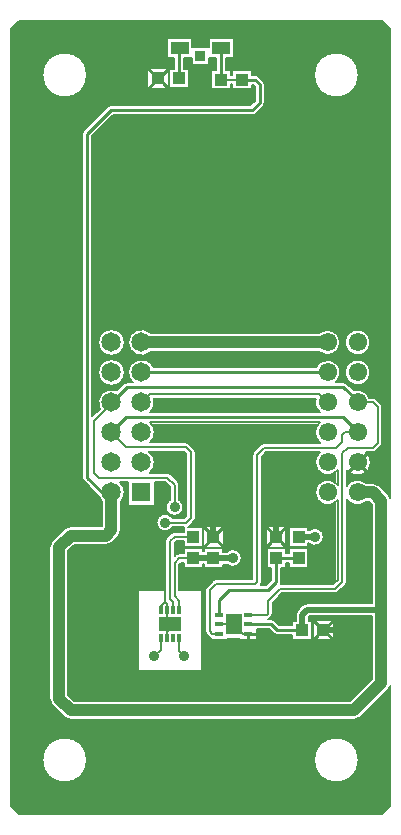
<source format=gbr>
G04 DesignSpark PCB PRO Gerber Version 10.0 Build 5299*
G04 #@! TF.Part,Single*
G04 #@! TF.FileFunction,Copper,L1,Top*
G04 #@! TF.FilePolarity,Positive*
%FSLAX35Y35*%
%MOIN*%
G04 #@! TA.AperFunction,SMDPad,CuDef*
%ADD147R,0.01181X0.03150*%
%ADD132R,0.03937X0.04291*%
%ADD150R,0.05315X0.06850*%
%ADD146R,0.03543X0.03543*%
G04 #@! TA.AperFunction,ComponentPad*
%ADD143R,0.06496X0.06496*%
G04 #@! TD.AperFunction*
%ADD119C,0.00500*%
%ADD121C,0.00787*%
%ADD124C,0.00984*%
%ADD122C,0.01000*%
%ADD126C,0.01969*%
G04 #@! TA.AperFunction,ViaPad*
%ADD125C,0.03543*%
G04 #@! TD.AperFunction*
%ADD142C,0.03937*%
G04 #@! TA.AperFunction,ComponentPad*
%ADD128C,0.06102*%
%ADD144C,0.06496*%
G04 #@! TA.AperFunction,SMDPad,CuDef*
%ADD149R,0.02953X0.01772*%
%ADD133R,0.04291X0.03937*%
%ADD145R,0.05906X0.04331*%
%ADD148R,0.07480X0.04724*%
G04 #@! TD.AperFunction*
X0Y0D02*
D02*
D119*
X85965Y250787D02*
X80965D01*
D02*
D121*
X9974Y267741D02*
Y8637D01*
X12574Y6037D01*
X133883D01*
X136482Y8637D01*
Y48704D01*
G75*
G02*
X135689Y47376I-3018J902D01*
G01*
X126639Y38327D01*
G75*
G02*
X124409Y37402I-2230J2224D01*
G01*
X29921D01*
G75*
G02*
X27691Y38327I0J3150D01*
G01*
X23760Y42258D01*
G75*
G02*
X22835Y44488I2224J2230D01*
G01*
Y94882D01*
G75*
G02*
X23760Y97112I3150J0D01*
G01*
X27691Y101043D01*
G75*
G02*
X29921Y101969I2230J-2224D01*
G01*
X40394D01*
Y110075D01*
G75*
G02*
X39312Y111880I3150J3115D01*
G01*
G75*
G02*
X39169Y112008I1045J1307D01*
G01*
X34252Y116925D01*
G75*
G02*
X33760Y118110I1181J1185D01*
G01*
Y232677D01*
G75*
G02*
X34252Y233862I1673J0D01*
G01*
X42122Y241732D01*
G75*
G02*
X43307Y242224I1185J-1181D01*
G01*
X89858D01*
X91240Y243606D01*
Y248520D01*
X90646Y249114D01*
X90291D01*
Y247638D01*
X83638D01*
Y249356D01*
X83291D01*
Y247638D01*
X76638D01*
Y253937D01*
X78291D01*
Y257874D01*
X76181D01*
Y255709D01*
X70276D01*
Y257874D01*
X67772D01*
Y254331D01*
X69425D01*
Y248031D01*
X62772D01*
Y254331D01*
X64425D01*
Y257874D01*
X62205D01*
Y264567D01*
X70472D01*
Y261614D01*
X75984D01*
Y264567D01*
X84252D01*
Y257874D01*
X81638D01*
Y253937D01*
X83291D01*
Y252219D01*
X83638D01*
Y253937D01*
X90291D01*
Y252461D01*
X91335D01*
G75*
G02*
X92522Y251970I3J-1673D01*
G01*
X94096Y250396D01*
G75*
G02*
X94587Y249213I-1183J-1183D01*
G01*
G75*
G02*
Y249212I-683J0D01*
G01*
G75*
G02*
Y249209I-793J-1D01*
G01*
Y242913D01*
G75*
G02*
X94094Y241728I-1673J0D01*
G01*
X91736Y239370D01*
G75*
G02*
X90551Y238878I-1185J1181D01*
G01*
X44000D01*
X37106Y231984D01*
Y138546D01*
X39646Y141085D01*
G75*
G02*
X45370Y147224I3898J2104D01*
G01*
X47555Y149409D01*
G75*
G02*
X48740Y149902I1185J-1181D01*
G01*
X50575D01*
G75*
G02*
X49114Y153189I2968J3287D01*
G01*
G75*
G02*
X57644Y154862I4429J0D01*
G01*
X111703D01*
G75*
G02*
X119823Y153189I3887J-1673D01*
G01*
G75*
G02*
X118256Y149902I-4232J0D01*
G01*
X120866D01*
G75*
G02*
X122051Y149409I0J-1673D01*
G01*
X124256Y147205D01*
G75*
G02*
X129519Y144764I1335J-4016D01*
G01*
X130706D01*
G75*
G02*
X131822Y144302I2J-1575D01*
G01*
X133397Y142728D01*
G75*
G02*
X133858Y141614I-1113J-1114D01*
G01*
Y129724D01*
G75*
G02*
X133397Y128611I-1575J0D01*
G01*
X131822Y127036D01*
G75*
G02*
X130706Y126575I-1114J1113D01*
G01*
X128470D01*
G75*
G02*
X130035Y123189I-2880J-3386D01*
G01*
G75*
G02*
X122047Y120506I-4445J0D01*
G01*
Y115504D01*
G75*
G02*
X128418Y116339I3543J-2315D01*
G01*
X130704D01*
G75*
G02*
X132936Y115416I4J-3150D01*
G01*
X135692Y112660D01*
G75*
G02*
X136482Y111335I-2227J-2227D01*
G01*
Y267741D01*
X133883Y270341D01*
X12574D01*
X9974Y267741D01*
X20472Y24016D02*
G75*
G02*
X35433I7480J0D01*
G01*
G75*
G02*
X20472I-7480J0D01*
G01*
Y252362D02*
G75*
G02*
X35433I7480J0D01*
G01*
G75*
G02*
X20472I-7480J0D01*
G01*
X55559Y254543D02*
X62638D01*
Y247819D01*
X55559D01*
Y254543D01*
X111024Y252362D02*
G75*
G02*
X125984I7480J0D01*
G01*
G75*
G02*
X111024I-7480J0D01*
G01*
X121358Y153189D02*
G75*
G02*
X129823I4232J0D01*
G01*
G75*
G02*
X121358I-4232J0D01*
G01*
Y163189D02*
G75*
G02*
X129823I4232J0D01*
G01*
G75*
G02*
X121358I-4232J0D01*
G01*
X111024Y24016D02*
G75*
G02*
X125984I7480J0D01*
G01*
G75*
G02*
X111024I-7480J0D01*
G01*
X112763Y166339D02*
G75*
G02*
X119823Y163189I2827J-3150D01*
G01*
G75*
G02*
X112763Y160039I-4232J0D01*
G01*
X56657D01*
G75*
G02*
X49114Y163189I-3114J3150D01*
G01*
G75*
G02*
X56657Y166339I4429J0D01*
G01*
X112763D01*
X39114Y153189D02*
G75*
G02*
X47972I4429J0D01*
G01*
G75*
G02*
X39114I-4429J0D01*
G01*
Y163189D02*
G75*
G02*
X47972I4429J0D01*
G01*
G75*
G02*
X39114I-4429J0D01*
G01*
X10368Y24016D02*
G36*
X10368Y24016D02*
Y8243D01*
X12180Y6431D01*
X134276D01*
X136089Y8243D01*
Y24016D01*
X125984D01*
G75*
G02*
X111024I-7480J0D01*
G01*
X35433D01*
G75*
G02*
X20472I-7480J0D01*
G01*
X10368D01*
G37*
Y153189D02*
G36*
X10368Y153189D02*
Y24016D01*
X20472D01*
G75*
G02*
X35433I7480J0D01*
G01*
X111024D01*
G75*
G02*
X125984I7480J0D01*
G01*
X136089D01*
Y47864D01*
G75*
G02*
X135689Y47376I-2623J1741D01*
G01*
X126639Y38327D01*
G75*
G02*
X124409Y37402I-2230J2226D01*
G01*
X29921D01*
G75*
G02*
X27691Y38327I0J3151D01*
G01*
X23760Y42258D01*
G75*
G02*
X22835Y44488I2226J2230D01*
G01*
Y94882D01*
G75*
G02*
X23760Y97112I3151J0D01*
G01*
X27691Y101043D01*
G75*
G02*
X29921Y101969I2230J-2226D01*
G01*
X40394D01*
Y110075D01*
G75*
G02*
X39312Y111880I3153J3116D01*
G01*
G75*
G02*
X39169Y112008I974J1229D01*
G01*
X34252Y116925D01*
G75*
G02*
X33760Y118110I1181J1185D01*
G01*
Y153189D01*
X10368D01*
G37*
X37106D02*
G36*
X37106Y153189D02*
Y138546D01*
X39646Y141085D01*
G75*
G02*
X39114Y143189I3898J2104D01*
G01*
G75*
G02*
X45370Y147224I4429J0D01*
G01*
X47555Y149409D01*
G75*
G02*
X48740Y149902I1185J-1180D01*
G01*
X50575D01*
G75*
G02*
X49114Y153189I2969J3288D01*
G01*
X47972D01*
G75*
G02*
X39114I-4429J0D01*
G01*
X37106D01*
G37*
X119823Y153188D02*
G36*
X119823Y153188D02*
G75*
G02*
X118256Y149902I-4230J0D01*
G01*
X120866D01*
G75*
G02*
X122051Y149409I0J-1672D01*
G01*
X124256Y147205D01*
G75*
G02*
X129519Y144764I1335J-4016D01*
G01*
X130706D01*
G75*
G02*
X131822Y144302I2J-1576D01*
G01*
X133397Y142728D01*
G75*
G02*
X133858Y141614I-1114J-1114D01*
G01*
Y129724D01*
G75*
G02*
X133397Y128611I-1575J0D01*
G01*
X131822Y127036D01*
G75*
G02*
X130706Y126575I-1114J1115D01*
G01*
X128470D01*
G75*
G02*
X130035Y123189I-2881J-3386D01*
G01*
G75*
G02*
X122047Y120506I-4445J0D01*
G01*
Y115504D01*
G75*
G02*
X128418Y116339I3543J-2315D01*
G01*
X130704D01*
G75*
G02*
X132936Y115416I4J-3152D01*
G01*
X135692Y112660D01*
G75*
G02*
X136089Y112175I-2229J-2229D01*
G01*
Y153189D01*
X129823D01*
G75*
G02*
X121358I-4232J0D01*
G01*
X119823D01*
G75*
G02*
Y153188I-4834J0D01*
G01*
G37*
X10368Y163189D02*
G36*
X10368Y163189D02*
Y153189D01*
X33760D01*
Y163189D01*
X10368D01*
G37*
X37106D02*
G36*
X37106Y163189D02*
Y153189D01*
X39114D01*
G75*
G02*
X47972I4429J0D01*
G01*
X49114D01*
G75*
G02*
X57644Y154862I4429J0D01*
G01*
X111703D01*
G75*
G02*
X119823Y153189I3887J-1673D01*
G01*
X121358D01*
G75*
G02*
X129823I4232J0D01*
G01*
X136089D01*
Y163189D01*
X129823D01*
G75*
G02*
X121358I-4232J0D01*
G01*
X119823D01*
G75*
G02*
X112763Y160039I-4232J0D01*
G01*
X56657D01*
G75*
G02*
X49114Y163189I-3114J3150D01*
G01*
X47972D01*
G75*
G02*
X39114I-4429J0D01*
G01*
X37106D01*
G37*
X10368Y252362D02*
G36*
X10368Y252362D02*
Y163189D01*
X33760D01*
Y232677D01*
G75*
G02*
X34252Y233862I1673J0D01*
G01*
X42122Y241732D01*
G75*
G02*
X43307Y242224I1185J-1180D01*
G01*
X89858D01*
X91240Y243606D01*
Y248520D01*
X90646Y249114D01*
X90291D01*
Y247638D01*
X83638D01*
Y249356D01*
X83291D01*
Y247638D01*
X76638D01*
Y252362D01*
X69425D01*
Y248031D01*
X62772D01*
Y252362D01*
X62638D01*
Y247819D01*
X55559D01*
Y252362D01*
X35433D01*
G75*
G02*
X20472I-7480J0D01*
G01*
X10368D01*
G37*
X37106Y231984D02*
G36*
X37106Y231984D02*
Y163189D01*
X39114D01*
G75*
G02*
X47972I4429J0D01*
G01*
X49114D01*
G75*
G02*
X56657Y166339I4430J0D01*
G01*
X112763D01*
G75*
G02*
X119823Y163189I2827J-3150D01*
G01*
X121358D01*
G75*
G02*
X129823I4232J0D01*
G01*
X136089D01*
Y252362D01*
X125984D01*
G75*
G02*
X111024I-7480J0D01*
G01*
X91904D01*
G75*
G02*
X92522Y251970I-565J-1576D01*
G01*
X94096Y250396D01*
G75*
G02*
X94587Y249213I-1185J-1184D01*
G01*
Y249212D01*
Y249209D01*
Y242913D01*
G75*
G02*
X94094Y241728I-1673J0D01*
G01*
X91736Y239370D01*
G75*
G02*
X90551Y238878I-1185J1180D01*
G01*
X44000D01*
X37106Y231984D01*
G37*
X83291Y252362D02*
G36*
X83291Y252362D02*
Y252219D01*
X83638D01*
Y252362D01*
X83291D01*
G37*
X10368Y268135D02*
G36*
X10368Y268135D02*
Y252362D01*
X20472D01*
G75*
G02*
X35433I7480J0D01*
G01*
X55559D01*
Y254543D01*
X62638D01*
Y252362D01*
X62772D01*
Y254331D01*
X64425D01*
Y257874D01*
X62205D01*
Y264567D01*
X70472D01*
Y261614D01*
X75984D01*
Y264567D01*
X84252D01*
Y257874D01*
X81638D01*
Y253937D01*
X83291D01*
Y252362D01*
X83638D01*
Y253937D01*
X90291D01*
Y252461D01*
X91335D01*
G75*
G02*
X91904Y252362I3J-1674D01*
G01*
X111024D01*
G75*
G02*
X125984I7480J0D01*
G01*
X136089D01*
Y268135D01*
X134276Y269947D01*
X12180D01*
X10368Y268135D01*
G37*
X67772Y257874D02*
G36*
X67772Y257874D02*
Y254331D01*
X69425D01*
Y252362D01*
X76638D01*
Y253937D01*
X78291D01*
Y257874D01*
X76181D01*
Y255709D01*
X70276D01*
Y257874D01*
X67772D01*
G37*
X29134Y93577D02*
Y45793D01*
X31226Y43701D01*
X123105D01*
X130315Y50911D01*
Y71850D01*
X109558D01*
X109295Y71587D01*
Y70472D01*
X110457D01*
Y64173D01*
X103803D01*
Y65650D01*
X98819D01*
G75*
G02*
X97634Y66142I0J1673D01*
G01*
X96157Y67618D01*
X92043D01*
Y63862D01*
X86303D01*
Y64472D01*
X81988D01*
Y64075D01*
X76673D01*
Y64646D01*
G75*
G02*
X76049Y65031I493J1496D01*
G01*
X75267Y65813D01*
G75*
G02*
X74803Y66929I1111J1116D01*
G01*
Y80709D01*
G75*
G02*
X75265Y81822I1575J0D01*
G01*
X77233Y83791D01*
G75*
G02*
X78349Y84252I1114J-1113D01*
G01*
X90551D01*
Y125787D01*
G75*
G02*
X91013Y126901I1575J0D01*
G01*
X93375Y129263D01*
G75*
G02*
X94491Y129724I1114J-1113D01*
G01*
X113160D01*
G75*
G02*
X112974Y136516I2431J3465D01*
G01*
X56467D01*
G75*
G02*
X56533Y129921I-2924J-3327D01*
G01*
X68305D01*
G75*
G02*
X69420Y129460I2J-1575D01*
G01*
X71192Y127688D01*
G75*
G02*
X71654Y126575I-1113J-1114D01*
G01*
Y104724D01*
G75*
G02*
X71192Y103611I-1575J0D01*
G01*
X69617Y102036D01*
G75*
G02*
X69139Y101709I-1114J1113D01*
G01*
X74016D01*
Y95055D01*
X67717D01*
Y96850D01*
X65219D01*
X64567Y96198D01*
Y92004D01*
X65044Y92468D01*
G75*
G02*
X66130Y92913I1098J-1129D01*
G01*
X67717Y92928D01*
Y94709D01*
X74016D01*
Y93547D01*
X74409D01*
Y94709D01*
X80709D01*
Y93504D01*
X82048D01*
G75*
G02*
X87008Y91339I2007J-2165D01*
G01*
G75*
G02*
X82048Y89173I-2953J0D01*
G01*
X80709D01*
Y88055D01*
X74409D01*
Y89217D01*
X74016D01*
Y88055D01*
X67717D01*
Y89778D01*
X66787Y89770D01*
X66142Y89142D01*
Y80709D01*
X73622D01*
Y53543D01*
X52362D01*
Y80709D01*
X61417D01*
Y96850D01*
G75*
G02*
X61879Y97964I1575J0D01*
G01*
X63454Y99539D01*
G75*
G02*
X64569Y100000I1114J-1113D01*
G01*
X67717D01*
Y101575D01*
X63915D01*
G75*
G02*
X58465Y103150I-2498J1575D01*
G01*
G75*
G02*
X63915Y104724I2953J0D01*
G01*
X67852D01*
X68504Y105377D01*
Y125922D01*
X67655Y126772D01*
X56148D01*
G75*
G02*
X56252Y119685I-2604J-3583D01*
G01*
X62202D01*
G75*
G02*
X63318Y119224I2J-1575D01*
G01*
X65680Y116861D01*
G75*
G02*
X66142Y115748I-1113J-1114D01*
G01*
Y110765D01*
G75*
G02*
X67520Y108268I-1575J-2498D01*
G01*
G75*
G02*
X61614I-2953J0D01*
G01*
G75*
G02*
X62992Y110765I2953J0D01*
G01*
Y115096D01*
X61552Y116535D01*
X57972D01*
Y108760D01*
X49114D01*
Y116535D01*
X46445D01*
G75*
G02*
X46693Y110075I-2902J-3346D01*
G01*
Y100634D01*
G75*
G02*
Y100631I-1211J-2D01*
G01*
G75*
G02*
Y100630I-1410J0D01*
G01*
G75*
G02*
X45770Y98403I-3150J0D01*
G01*
X43959Y96592D01*
G75*
G02*
X41728Y95669I-2227J2227D01*
G01*
X31226D01*
X29134Y93577D01*
X110591Y70685D02*
X117669D01*
Y63961D01*
X110591D01*
Y70685D01*
X74197Y101921D02*
X80921D01*
Y94843D01*
X74197D01*
Y101921D01*
X29528Y67323D02*
G36*
X29528Y67323D02*
Y45399D01*
X30832Y44094D01*
X123498D01*
X129921Y50517D01*
Y67323D01*
X117669D01*
Y63961D01*
X110591D01*
Y67323D01*
X110457D01*
Y64173D01*
X103803D01*
Y65650D01*
X98819D01*
G75*
G02*
X97634Y66142I0J1672D01*
G01*
X96453Y67323D01*
X92043D01*
Y63862D01*
X86303D01*
Y64472D01*
X81988D01*
Y64075D01*
X76673D01*
Y64646D01*
G75*
G02*
X76049Y65031I490J1493D01*
G01*
X75267Y65813D01*
G75*
G02*
X74803Y66929I1110J1116D01*
G01*
Y66929D01*
Y67323D01*
X73622D01*
Y53543D01*
X52362D01*
Y67323D01*
X29528D01*
G37*
Y93971D02*
G36*
X29528Y93971D02*
Y67323D01*
X52362D01*
Y80709D01*
X61417D01*
Y96850D01*
G75*
G02*
X61879Y97964I1575J0D01*
G01*
X62297Y98382D01*
X45750D01*
X43959Y96592D01*
G75*
G02*
X41728Y95669I-2228J2229D01*
G01*
X31226D01*
X29528Y93971D01*
G37*
X64567Y96198D02*
G36*
X64567Y96198D02*
Y92004D01*
X65044Y92468D01*
G75*
G02*
X66130Y92913I1097J-1128D01*
G01*
X67717Y92928D01*
Y94709D01*
X74016D01*
Y93547D01*
X74409D01*
Y94709D01*
X80709D01*
Y93504D01*
X82048D01*
G75*
G02*
X87008Y91339I2007J-2165D01*
G01*
Y91339D01*
Y91338D01*
G75*
G02*
X82048Y89173I-2953J0D01*
G01*
X80709D01*
Y88055D01*
X74409D01*
Y89217D01*
X74016D01*
Y88055D01*
X67717D01*
Y89778D01*
X66787Y89770D01*
X66142Y89142D01*
Y80709D01*
X73622D01*
Y67323D01*
X74803D01*
Y80709D01*
G75*
G02*
X75265Y81822I1575J0D01*
G01*
X77233Y83791D01*
G75*
G02*
X78349Y84252I1114J-1115D01*
G01*
X90551D01*
Y98382D01*
X80921D01*
Y94843D01*
X74197D01*
Y98382D01*
X74016D01*
Y95055D01*
X67717D01*
Y96850D01*
X65219D01*
X64567Y96198D01*
G37*
X92043Y67618D02*
G36*
X92043Y67618D02*
Y67323D01*
X96453D01*
X96157Y67618D01*
X92043D01*
G37*
X109295Y71587D02*
G36*
X109295Y71587D02*
Y70472D01*
X110457D01*
Y67323D01*
X110591D01*
Y70685D01*
X117669D01*
Y67323D01*
X129921D01*
Y71850D01*
X109558D01*
X109295Y71587D01*
G37*
X45770Y98403D02*
G36*
X45770Y98403D02*
X45750Y98382D01*
X62297D01*
X63454Y99539D01*
G75*
G02*
X64569Y100000I1114J-1115D01*
G01*
X67717D01*
Y101575D01*
X63915D01*
G75*
G02*
X58465Y103150I-2498J1575D01*
G01*
G75*
G02*
X63915Y104724I2953J0D01*
G01*
X67852D01*
X68504Y105377D01*
Y125922D01*
X67655Y126772D01*
X56148D01*
G75*
G02*
X57972Y123189I-2604J-3583D01*
G01*
G75*
G02*
X56252Y119685I-4429J0D01*
G01*
X62202D01*
G75*
G02*
X63318Y119224I2J-1576D01*
G01*
X65680Y116861D01*
G75*
G02*
X66142Y115748I-1114J-1114D01*
G01*
Y110765D01*
G75*
G02*
X67520Y108268I-1574J-2497D01*
G01*
Y108268D01*
G75*
G02*
X61614I-2953J0D01*
G01*
Y108268D01*
G75*
G02*
X62992Y110765I2952J0D01*
G01*
Y115096D01*
X61552Y116535D01*
X57972D01*
Y108760D01*
X49114D01*
Y116535D01*
X46445D01*
G75*
G02*
X47972Y113189I-2902J-3346D01*
G01*
G75*
G02*
X46693Y110075I-4429J0D01*
G01*
Y100634D01*
Y100631D01*
Y100630D01*
G75*
G02*
X45770Y98403I-3151J0D01*
G01*
G37*
X57972Y133189D02*
G36*
X57972Y133189D02*
G75*
G02*
X56533Y129921I-4430J0D01*
G01*
X68305D01*
G75*
G02*
X69420Y129460I2J-1576D01*
G01*
X71192Y127688D01*
G75*
G02*
X71654Y126575I-1114J-1114D01*
G01*
Y104724D01*
G75*
G02*
X71192Y103611I-1575J0D01*
G01*
X69617Y102036D01*
G75*
G02*
X69139Y101709I-1115J1114D01*
G01*
X74016D01*
Y98382D01*
X74197D01*
Y101921D01*
X80921D01*
Y98382D01*
X90551D01*
Y125787D01*
G75*
G02*
X91013Y126901I1575J0D01*
G01*
X93375Y129263D01*
G75*
G02*
X94491Y129724I1114J-1115D01*
G01*
X113160D01*
G75*
G02*
X111358Y133189I2431J3465D01*
G01*
G75*
G02*
X112539Y136122I4232J0D01*
G01*
X56862D01*
G75*
G02*
X57972Y133189I-3319J-2933D01*
G01*
G37*
X43543Y143189D02*
Y142756D01*
X37795Y137008D01*
Y119685D01*
X39370Y118110D01*
X62205D01*
X64567Y115748D01*
Y108268D01*
X53543Y143189D02*
X56417Y146063D01*
X112717D01*
X115591Y143189D01*
X57778Y144488D02*
G75*
G02*
X56467Y139862I-4234J-1299D01*
G01*
X112974D01*
G75*
G02*
X111563Y144488I2616J3327D01*
G01*
X57778D01*
G36*
X57778Y144488D02*
G75*
G02*
X56467Y139862I-4234J-1299D01*
G01*
X112974D01*
G75*
G02*
X111563Y144488I2616J3327D01*
G01*
X57778D01*
G37*
X57874Y84646D02*
X60630D01*
X61417Y83858D01*
Y76575D01*
X60039Y64567D02*
Y60827D01*
X57874Y58661D01*
X61417Y76575D02*
X60039Y75197D01*
Y74016D01*
X61417Y103150D02*
X68504D01*
X70079Y104724D01*
Y126575D01*
X68307Y128346D01*
X48425D01*
X43386Y133386D01*
X43543D01*
Y133189D01*
X62008Y64567D02*
Y66339D01*
X62992Y69291D01*
X62008Y74016D02*
Y75984D01*
X61417Y76575D01*
X62008Y74016D02*
Y68307D01*
X62992Y69291D01*
X65945Y64567D02*
Y60433D01*
X67717Y58661D01*
X70866Y91382D02*
X66142Y91339D01*
X64567Y89807D01*
Y78543D01*
X65945Y77165D01*
Y74016D01*
X70866Y98382D02*
X68461D01*
X68417Y98425D01*
X64567D01*
X62992Y96850D01*
Y77756D01*
X63976Y76772D01*
Y74016D01*
X79331Y69291D02*
X84252D01*
X89173Y66142D02*
X87402D01*
X84252Y69291D01*
X93701Y83465D02*
G75*
G02*
X93270Y82382I-1575J0D01*
G01*
X94976D01*
X96752Y84157D01*
Y88055D01*
X95276D01*
Y94709D01*
X101575D01*
Y93055D01*
X102756D01*
Y94709D01*
X109055D01*
Y88055D01*
X102756D01*
Y89709D01*
X101575D01*
Y88055D01*
X100098D01*
Y83468D01*
G75*
G02*
Y83465I-793J-1D01*
G01*
G75*
G02*
X99902Y82677I-1673J-1D01*
G01*
X117458D01*
X118898Y84117D01*
Y110548D01*
G75*
G02*
X111358Y113189I-3307J2641D01*
G01*
G75*
G02*
X118898Y115830I4232J0D01*
G01*
Y120548D01*
G75*
G02*
X111358Y123189I-3307J2641D01*
G01*
G75*
G02*
X113051Y126575I4232J0D01*
G01*
X95141D01*
X93701Y125135D01*
Y83465D01*
X109410Y100547D02*
G75*
G02*
X114370Y98382I2007J-2165D01*
G01*
G75*
G02*
X109410Y96217I-2953J0D01*
G01*
X109055D01*
Y95055D01*
X102756D01*
Y101709D01*
X109055D01*
Y100547D01*
X109410D01*
X95063Y101921D02*
X101787D01*
Y94843D01*
X95063D01*
Y101921D01*
X93663Y83124D02*
G36*
X93663Y83124D02*
Y82776D01*
X95370D01*
X96752Y84157D01*
Y88055D01*
X95276D01*
Y94709D01*
X101575D01*
Y93055D01*
X102756D01*
Y94709D01*
X109055D01*
Y88055D01*
X102756D01*
Y89709D01*
X101575D01*
Y88055D01*
X100098D01*
Y83468D01*
Y83465D01*
Y83465D01*
G75*
G02*
X99950Y82776I-1674J0D01*
G01*
X117556D01*
X118504Y83723D01*
Y98382D01*
X114370D01*
Y98381D01*
G75*
G02*
X109410Y96217I-2953J0D01*
G01*
X109055D01*
Y95055D01*
X102756D01*
Y98382D01*
X101787D01*
Y94843D01*
X95063D01*
Y98382D01*
X93701D01*
Y83465D01*
G75*
G02*
X93663Y83124I-1576J0D01*
G01*
G37*
X93701Y125135D02*
G36*
X93701Y125135D02*
Y98382D01*
X95063D01*
Y101921D01*
X101787D01*
Y98382D01*
X102756D01*
Y101709D01*
X109055D01*
Y100547D01*
X109410D01*
G75*
G02*
X114370Y98382I2007J-2165D01*
G01*
Y98382D01*
X118504D01*
Y110119D01*
G75*
G02*
X111358Y113189I-2913J3070D01*
G01*
G75*
G02*
X118504Y116259I4232J0D01*
G01*
Y120119D01*
G75*
G02*
X111358Y123189I-2913J3070D01*
G01*
Y123189D01*
G75*
G02*
X112597Y126181I4231J0D01*
G01*
X94747D01*
X93701Y125135D01*
G37*
X96389Y71328D02*
G75*
G02*
X95824Y70965I-1114J1113D01*
G01*
X96850D01*
G75*
G02*
X98035Y70472I0J-1673D01*
G01*
X99512Y68996D01*
X103803D01*
Y70472D01*
X104965D01*
Y72484D01*
G75*
G02*
X105599Y74015I2165J0D01*
G01*
X107130Y75547D01*
G75*
G02*
X108664Y76181I1531J-1531D01*
G01*
X130315D01*
Y109128D01*
X129404Y110039D01*
X128418D01*
G75*
G02*
X122047Y110874I-2827J3150D01*
G01*
Y83465D01*
G75*
G02*
X121586Y82351I-1575J0D01*
G01*
X119224Y79989D01*
G75*
G02*
X118108Y79528I-1114J1113D01*
G01*
X100259D01*
X97244Y76513D01*
Y72835D01*
G75*
G02*
X96783Y71721I-1575J0D01*
G01*
X96389Y71328D01*
G36*
X96389Y71328D02*
G75*
G02*
X95824Y70965I-1114J1113D01*
G01*
X96850D01*
G75*
G02*
X98035Y70472I0J-1673D01*
G01*
X99512Y68996D01*
X103803D01*
Y70472D01*
X104965D01*
Y72484D01*
G75*
G02*
X105599Y74015I2165J0D01*
G01*
X107130Y75547D01*
G75*
G02*
X108664Y76181I1531J-1531D01*
G01*
X130315D01*
Y109128D01*
X129404Y110039D01*
X128418D01*
G75*
G02*
X122047Y110874I-2827J3150D01*
G01*
Y83465D01*
G75*
G02*
X121586Y82351I-1575J0D01*
G01*
X119224Y79989D01*
G75*
G02*
X118108Y79528I-1114J1113D01*
G01*
X100259D01*
X97244Y76513D01*
Y72835D01*
G75*
G02*
X96783Y71721I-1575J0D01*
G01*
X96389Y71328D01*
G37*
X125591Y133189D02*
X121378D01*
X120472Y132283D01*
Y130118D01*
X118504Y128150D01*
X94488D01*
X92126Y125787D01*
Y83465D01*
X91339Y82677D01*
X78346D01*
X76378Y80709D01*
Y66929D01*
X77165Y66142D01*
X79331D01*
X125591Y143189D02*
X130709D01*
X132283Y141614D01*
Y129724D01*
X130709Y128150D01*
X122244D01*
X120472Y126378D01*
Y83465D01*
X118110Y81102D01*
X99606D01*
X95669Y77165D01*
Y72835D01*
X95276Y72441D01*
X89173D01*
D02*
D122*
X57483Y249566D02*
X55630Y247713D01*
X57483Y252796D02*
X55630Y254650D01*
X60713Y249566D02*
X62567Y247713D01*
X60713Y252796D02*
X62567Y254650D01*
X75944Y96767D02*
X74091Y94913D01*
X75944Y99997D02*
X74091Y101850D01*
X79174Y96767D02*
X81028Y94913D01*
X79174Y99997D02*
X81028Y101850D01*
X89173Y65756D02*
Y63756D01*
X90150Y66142D02*
X92150D01*
X96810Y96767D02*
X94957Y94913D01*
X96810Y99997D02*
X94957Y101850D01*
X100040Y96767D02*
X101894Y94913D01*
X100040Y99997D02*
X101894Y101850D01*
X112515Y65708D02*
X110661Y63854D01*
X112515Y68938D02*
X110661Y70791D01*
X115745Y65708D02*
X117598Y63854D01*
X115745Y68938D02*
X117598Y70791D01*
X123787Y121385D02*
X122372Y119971D01*
X127394Y121385D02*
X128809Y119971D01*
X127394Y124993D02*
X128809Y126407D01*
D02*
D124*
X43543Y113189D02*
X40354D01*
X35433Y118110D01*
Y232677D01*
X43307Y240551D01*
X90551D01*
X92913Y242913D01*
Y249213D01*
X91339Y250787D01*
X86965D01*
X43543Y133189D02*
X43307D01*
X48307Y138189D01*
X120591D01*
X125591Y133189D01*
X43543Y143189D02*
X43701D01*
X48740Y148228D01*
X120866D01*
X125906Y143189D01*
X125591D01*
X53543Y153189D02*
X115591D01*
X66098Y251181D02*
Y260980D01*
X66339Y261220D01*
X79331Y72441D02*
Y77362D01*
X82677Y80709D01*
X95669D01*
X98425Y83465D01*
Y91382D01*
X79965Y250787D02*
Y261067D01*
X80118Y261220D01*
X89173Y69291D02*
X96850D01*
X98819Y67323D01*
X107130D01*
X105906Y91382D02*
X98425D01*
D02*
D125*
X25984Y165748D03*
X26378Y126378D03*
X31102Y205118D03*
X34252Y13189D03*
Y47638D03*
Y87008D03*
X57874Y58661D03*
Y84646D03*
X59449Y205118D03*
X60236Y244488D03*
X61417Y103150D03*
X64567Y108268D03*
X67717Y58661D03*
X69291Y142520D03*
X77559Y104331D03*
X84055Y91339D03*
X85433Y205118D03*
X86220Y47638D03*
Y126378D03*
Y244488D03*
X98425Y104331D03*
X100787Y142520D03*
X101969Y74803D03*
X111417Y98382D03*
Y205118D03*
X112205Y12598D03*
Y47638D03*
Y87008D03*
X120669Y67323D03*
X122835Y79528D03*
X125591Y171654D03*
D02*
D126*
X77559Y91382D02*
X70866D01*
X77559Y98382D02*
Y104331D01*
X84055Y91339D02*
X77602D01*
X77559Y91382D01*
X98425Y98382D02*
Y104331D01*
X105906Y98382D02*
X111417D01*
X107130Y67323D02*
Y72484D01*
X108661Y74016D01*
X133465D01*
X114130Y67323D02*
X120669D01*
D02*
D128*
X115591Y113189D03*
Y123189D03*
Y133189D03*
Y143189D03*
Y153189D03*
Y163189D03*
X125591Y113189D03*
Y123189D03*
Y133189D03*
Y143189D03*
Y153189D03*
Y163189D03*
D02*
D132*
X70866Y91382D03*
Y98382D03*
X77559Y91382D03*
Y98382D03*
X98425Y91382D03*
Y98382D03*
X105906Y91382D03*
Y98382D03*
D02*
D133*
X59098Y251181D03*
X66098D03*
X79965Y250787D03*
X86965D03*
X107130Y67323D03*
X114130D03*
D02*
D142*
X43543Y113189D02*
Y100630D01*
X41732Y98819D01*
X29921D01*
X25984Y94882D01*
Y44488D01*
X29921Y40551D01*
X124409D01*
X133465Y49606D01*
Y74016D01*
X53543Y163189D02*
X115591D01*
X133465Y74016D02*
Y110433D01*
X130709Y113189D01*
X125591D01*
D02*
D143*
X53543D03*
D02*
D144*
X43543D03*
Y123189D03*
Y133189D03*
Y143189D03*
Y153189D03*
Y163189D03*
X53543Y123189D03*
Y133189D03*
Y143189D03*
Y153189D03*
Y163189D03*
D02*
D145*
X66339Y261220D03*
X80118D03*
D02*
D146*
X73228Y258661D03*
D02*
D147*
X60039Y64567D03*
Y74016D03*
X62008Y64567D03*
Y74016D03*
X63976Y64567D03*
Y74016D03*
X65945Y64567D03*
Y74016D03*
D02*
D148*
X62992Y69291D03*
D02*
D149*
X79331Y66142D03*
Y69291D03*
Y72441D03*
X89173Y66142D03*
Y69291D03*
Y72441D03*
D02*
D150*
X84252Y69291D03*
X0Y0D02*
M02*

</source>
